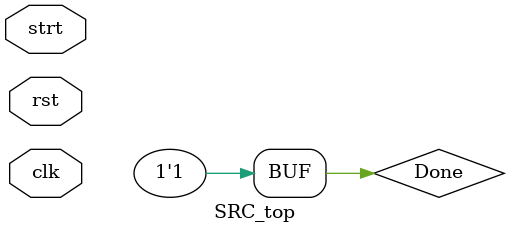
<source format=sv>
`timescale 1ns / 1ps


module SRC_top(
    input  logic clk, rst, strt
    );
    localparam            bus_width = 32;
    localparam            mem_size  = 1024;
    
    logic[bus_width-1:0]  bus;
    logic                 Done;
    logic                 n_is_zero;
    logic                 con;
    logic[4:0]            opCode;
    logic[36:0]           ctrl_signals;
    logic[bus_width-1:0]  IR_for_reg;
    
    logic[bus_width-1:0]  IR_to_bus;
    logic[bus_width-1:0]  PC_to_bus;
    logic[bus_width-1:0]  MD_to_bus;
    logic[bus_width-1:0]  ALU_to_bus;
    logic[bus_width-1:0]  RegFile_to_bus;
    
    logic  Rout, BAout, Cout, C1out, C2out, PCout, MDout;
        
    assign Rout  = ctrl_signals[4];
    assign BAout = ctrl_signals[5];
    assign Cout  = ctrl_signals[19];
    assign C1out = ctrl_signals[22];
    assign C2out = ctrl_signals[23];
    assign PCout = ctrl_signals[25];
    assign MDout = ctrl_signals[27];
    
    assign Done = 1;    
    typedef enum logic [2:0] {
          bus_NONE,  // 000
          bus_REG,   // 001
          bus_ALU,   // 010
          bus_IR,    // 011
          bus_PC,    // 100
          bus_MD     // 101
        } bus_src_e;
        
    bus_src_e  bus_sel;
    
    always_comb begin
        bus_sel = bus_NONE;
        unique case(1'b1)
             Rout  : bus_sel = bus_REG;
             BAout : bus_sel = bus_REG;
             Cout  : bus_sel = bus_ALU;
             C1out : bus_sel = bus_IR;
             C2out : bus_sel = bus_IR;
             PCout : bus_sel = bus_PC;
             MDout : bus_sel = bus_MD; 
             default: /* bus_NONE */;
        endcase    
    end
    
    always_comb begin
    bus = '0;
    unique case(bus_sel)
         bus_REG : bus = RegFile_to_bus;
         bus_ALU : bus = ALU_to_bus;
         bus_IR  : bus = IR_to_bus;
         bus_PC  : bus = PC_to_bus;
         bus_MD  : bus = MD_to_bus;
    endcase    
    end

    control_unit  SRC_Control_U (
        .clk(clk),
        .rst(rst),
        .strt(strt),
        .Done(Done), 
        .opCode(opCode),
        .ctrl_signals(ctrl_signals),
        .con(con),
        .n_is_zero(n_is_zero)
         );    
    
    IR #(.w(bus_width)) SRC_IR(
        .clk(clk),
        .rst(rst),
        .bus_in(bus),
        .bus_out(IR_to_bus),
        .c1(ctrl_signals[22]),
        .c2(ctrl_signals[23]),
        .IRin(ctrl_signals[21]),
        .to_control_unit(opCode),
        .IR_for_reg(IR_for_reg) );
        
    memory #(.w(bus_width), .mem_size(mem_size)) SRC_memory(
        .bus_in(bus),
        .bus_out(MD_to_bus),
        .rst(rst),
        .clk(clk),
        .read(ctrl_signals[29]),
        .write(ctrl_signals[30]),
        .Wait(ctrl_signals[31]),
        .MAin(ctrl_signals[26]),
        .MDout(ctrl_signals[27]),
        .MDbus(ctrl_signals[28])
        );
        
    PC_u #(.w(bus_width)) SRC_PC (
        .clk(clk),
        .rst(rst),
        .bus_in(bus),
        .bus_out(PC_to_bus),
        .PCin(ctrl_signals[24]),
        .PCout(ctrl_signals[25]) );
        
    ALU #(.w(bus_width)) SRC_ALU (
        .clk(clk),
        .rst(rst),
        .bus_in(bus),
        .bus_out(ALU_to_bus),
        .Ain(ctrl_signals[17]),
        .Cin(ctrl_signals[18]),
        .Cout(ctrl_signals[19]),
        .BtoC(ctrl_signals[6]),
        .Shr(ctrl_signals[7]),
        .Shl(ctrl_signals[8]), 
        .Shc(ctrl_signals[9]), 
        .Shra(ctrl_signals[10]), 
        .Not(ctrl_signals[11]), 
        .Inc4(ctrl_signals[12]), 
        .Add(ctrl_signals[13]), 
        .Sub(ctrl_signals[14]), 
        .Or(ctrl_signals[15]), 
        .And(ctrl_signals[16]) );
        
    regfile #(.w(bus_width)) SRC_regfile(
        .clk(clk),
        .Gra(ctrl_signals[0]),
        .Grb(ctrl_signals[1]),
        .Grc(ctrl_signals[2]),
        .Rin(ctrl_signals[3]),
        .Rout(ctrl_signals[4]),
        .BAout(ctrl_signals[5]),
        .bus_in(bus),
        .bus_out(RegFile_to_bus),
        .IR(IR_for_reg) );  
        
    con_u #(.w(bus_width)) SRC_con_u (
        .clk(clk),
        .rst(rst),
        .con_in(ctrl_signals[20]),
        .con_out(con),
        .bus_in(bus)
    );
    
    shift_control #(.w(bus_width)) SRC_shift_control(
        .clk(clk),
        .rst(rst),
        .ld(ctrl_signals[32]),
        .decr(ctrl_signals[33]),       
        .n_is_zero(n_is_zero),
        .bus_in(bus) );    
    
endmodule   
    
        




</source>
